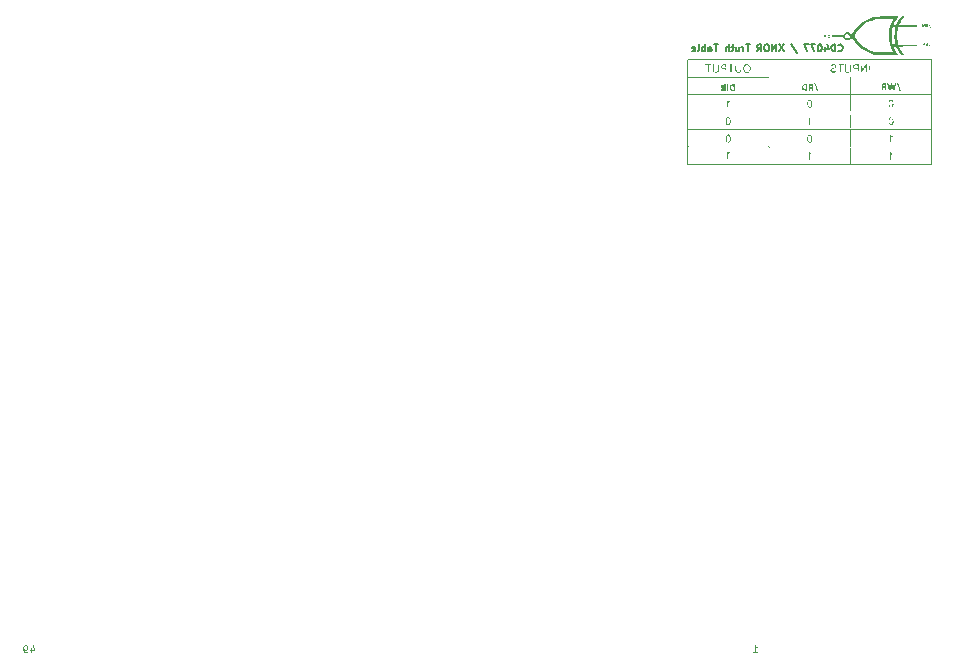
<source format=gbr>
%TF.GenerationSoftware,KiCad,Pcbnew,(6.0.9-0)*%
%TF.CreationDate,2022-12-14T23:49:12+00:00*%
%TF.ProjectId,MSX_DE1_Hat,4d53585f-4445-4315-9f48-61742e6b6963,1.1*%
%TF.SameCoordinates,Original*%
%TF.FileFunction,Legend,Bot*%
%TF.FilePolarity,Positive*%
%FSLAX46Y46*%
G04 Gerber Fmt 4.6, Leading zero omitted, Abs format (unit mm)*
G04 Created by KiCad (PCBNEW (6.0.9-0)) date 2022-12-14 23:49:12*
%MOMM*%
%LPD*%
G01*
G04 APERTURE LIST*
%ADD10C,0.110000*%
%ADD11C,0.150000*%
G04 APERTURE END LIST*
D10*
X138512571Y-74439428D02*
X138855428Y-74439428D01*
X138684000Y-74439428D02*
X138684000Y-73839428D01*
X138741142Y-73925142D01*
X138798285Y-73982285D01*
X138855428Y-74010857D01*
X77387428Y-74039428D02*
X77387428Y-74439428D01*
X77530285Y-73810857D02*
X77673142Y-74239428D01*
X77301714Y-74239428D01*
X77044571Y-74439428D02*
X76930285Y-74439428D01*
X76873142Y-74410857D01*
X76844571Y-74382285D01*
X76787428Y-74296571D01*
X76758857Y-74182285D01*
X76758857Y-73953714D01*
X76787428Y-73896571D01*
X76816000Y-73868000D01*
X76873142Y-73839428D01*
X76987428Y-73839428D01*
X77044571Y-73868000D01*
X77073142Y-73896571D01*
X77101714Y-73953714D01*
X77101714Y-74096571D01*
X77073142Y-74153714D01*
X77044571Y-74182285D01*
X76987428Y-74210857D01*
X76873142Y-74210857D01*
X76816000Y-74182285D01*
X76787428Y-74153714D01*
X76758857Y-74096571D01*
D11*
%TO.C,CD4077 / XNOR Truth Table*%
X145751921Y-23497009D02*
X145780493Y-23525581D01*
X145866207Y-23554152D01*
X145923350Y-23554152D01*
X146009064Y-23525581D01*
X146066207Y-23468438D01*
X146094778Y-23411295D01*
X146123350Y-23297009D01*
X146123350Y-23211295D01*
X146094778Y-23097009D01*
X146066207Y-23039866D01*
X146009064Y-22982724D01*
X145923350Y-22954152D01*
X145866207Y-22954152D01*
X145780493Y-22982724D01*
X145751921Y-23011295D01*
X145494778Y-23554152D02*
X145494778Y-22954152D01*
X145351921Y-22954152D01*
X145266207Y-22982724D01*
X145209064Y-23039866D01*
X145180493Y-23097009D01*
X145151921Y-23211295D01*
X145151921Y-23297009D01*
X145180493Y-23411295D01*
X145209064Y-23468438D01*
X145266207Y-23525581D01*
X145351921Y-23554152D01*
X145494778Y-23554152D01*
X144637636Y-23154152D02*
X144637636Y-23554152D01*
X144780493Y-22925581D02*
X144923350Y-23354152D01*
X144551921Y-23354152D01*
X144209064Y-22954152D02*
X144151921Y-22954152D01*
X144094778Y-22982724D01*
X144066207Y-23011295D01*
X144037636Y-23068438D01*
X144009064Y-23182724D01*
X144009064Y-23325581D01*
X144037636Y-23439866D01*
X144066207Y-23497009D01*
X144094778Y-23525581D01*
X144151921Y-23554152D01*
X144209064Y-23554152D01*
X144266207Y-23525581D01*
X144294778Y-23497009D01*
X144323350Y-23439866D01*
X144351921Y-23325581D01*
X144351921Y-23182724D01*
X144323350Y-23068438D01*
X144294778Y-23011295D01*
X144266207Y-22982724D01*
X144209064Y-22954152D01*
X143809064Y-22954152D02*
X143409064Y-22954152D01*
X143666207Y-23554152D01*
X143237636Y-22954152D02*
X142837636Y-22954152D01*
X143094778Y-23554152D01*
X141723350Y-22925581D02*
X142237636Y-23697009D01*
X141123350Y-22954152D02*
X140723350Y-23554152D01*
X140723350Y-22954152D02*
X141123350Y-23554152D01*
X140494778Y-23554152D02*
X140494778Y-22954152D01*
X140151921Y-23554152D01*
X140151921Y-22954152D01*
X139751921Y-22954152D02*
X139637636Y-22954152D01*
X139580493Y-22982724D01*
X139523350Y-23039866D01*
X139494778Y-23154152D01*
X139494778Y-23354152D01*
X139523350Y-23468438D01*
X139580493Y-23525581D01*
X139637636Y-23554152D01*
X139751921Y-23554152D01*
X139809064Y-23525581D01*
X139866207Y-23468438D01*
X139894778Y-23354152D01*
X139894778Y-23154152D01*
X139866207Y-23039866D01*
X139809064Y-22982724D01*
X139751921Y-22954152D01*
X138894778Y-23554152D02*
X139094778Y-23268438D01*
X139237636Y-23554152D02*
X139237636Y-22954152D01*
X139009064Y-22954152D01*
X138951921Y-22982724D01*
X138923350Y-23011295D01*
X138894778Y-23068438D01*
X138894778Y-23154152D01*
X138923350Y-23211295D01*
X138951921Y-23239866D01*
X139009064Y-23268438D01*
X139237636Y-23268438D01*
X138266207Y-22954152D02*
X137923350Y-22954152D01*
X138094778Y-23554152D02*
X138094778Y-22954152D01*
X137723350Y-23554152D02*
X137723350Y-23154152D01*
X137723350Y-23268438D02*
X137694778Y-23211295D01*
X137666207Y-23182724D01*
X137609064Y-23154152D01*
X137551921Y-23154152D01*
X137094778Y-23154152D02*
X137094778Y-23554152D01*
X137351921Y-23154152D02*
X137351921Y-23468438D01*
X137323350Y-23525581D01*
X137266207Y-23554152D01*
X137180493Y-23554152D01*
X137123350Y-23525581D01*
X137094778Y-23497009D01*
X136894778Y-23154152D02*
X136666207Y-23154152D01*
X136809064Y-22954152D02*
X136809064Y-23468438D01*
X136780493Y-23525581D01*
X136723350Y-23554152D01*
X136666207Y-23554152D01*
X136466207Y-23554152D02*
X136466207Y-22954152D01*
X136209064Y-23554152D02*
X136209064Y-23239866D01*
X136237636Y-23182724D01*
X136294778Y-23154152D01*
X136380493Y-23154152D01*
X136437636Y-23182724D01*
X136466207Y-23211295D01*
X135551921Y-22954152D02*
X135209064Y-22954152D01*
X135380493Y-23554152D02*
X135380493Y-22954152D01*
X134751921Y-23554152D02*
X134751921Y-23239866D01*
X134780493Y-23182724D01*
X134837636Y-23154152D01*
X134951921Y-23154152D01*
X135009064Y-23182724D01*
X134751921Y-23525581D02*
X134809064Y-23554152D01*
X134951921Y-23554152D01*
X135009064Y-23525581D01*
X135037636Y-23468438D01*
X135037636Y-23411295D01*
X135009064Y-23354152D01*
X134951921Y-23325581D01*
X134809064Y-23325581D01*
X134751921Y-23297009D01*
X134466207Y-23554152D02*
X134466207Y-22954152D01*
X134466207Y-23182724D02*
X134409064Y-23154152D01*
X134294778Y-23154152D01*
X134237636Y-23182724D01*
X134209064Y-23211295D01*
X134180493Y-23268438D01*
X134180493Y-23439866D01*
X134209064Y-23497009D01*
X134237636Y-23525581D01*
X134294778Y-23554152D01*
X134409064Y-23554152D01*
X134466207Y-23525581D01*
X133837636Y-23554152D02*
X133894778Y-23525581D01*
X133923350Y-23468438D01*
X133923350Y-22954152D01*
X133380493Y-23525581D02*
X133437636Y-23554152D01*
X133551921Y-23554152D01*
X133609064Y-23525581D01*
X133637636Y-23468438D01*
X133637636Y-23239866D01*
X133609064Y-23182724D01*
X133551921Y-23154152D01*
X133437636Y-23154152D01*
X133380493Y-23182724D01*
X133351921Y-23239866D01*
X133351921Y-23297009D01*
X133637636Y-23354152D01*
G36*
X150222448Y-30632968D02*
G01*
X150267495Y-30680350D01*
X150321415Y-30705391D01*
X150342691Y-30708840D01*
X150369589Y-30738724D01*
X150357071Y-30758098D01*
X150302834Y-30772058D01*
X150296313Y-30772158D01*
X150263948Y-30780841D01*
X150245793Y-30813618D01*
X150237840Y-30884667D01*
X150236080Y-31008169D01*
X150235905Y-31044085D01*
X150230803Y-31159488D01*
X150217477Y-31218816D01*
X150194359Y-31230415D01*
X150171453Y-31195960D01*
X150154348Y-31098194D01*
X150145320Y-30935970D01*
X150145068Y-30926102D01*
X150143182Y-30757705D01*
X150148544Y-30649822D01*
X150162587Y-30596825D01*
X150186745Y-30593083D01*
X150222448Y-30632968D01*
G37*
G36*
X142975036Y-26872058D02*
G01*
X142893140Y-26865148D01*
X142767211Y-26815158D01*
X142687377Y-26721271D01*
X142659470Y-26588724D01*
X142659728Y-26586257D01*
X142770190Y-26586257D01*
X142807669Y-26690356D01*
X142855958Y-26741379D01*
X142943945Y-26772058D01*
X142984829Y-26769079D01*
X143012947Y-26748426D01*
X143024426Y-26693743D01*
X143026619Y-26588724D01*
X143025536Y-26508064D01*
X143017114Y-26440315D01*
X142994648Y-26411631D01*
X142951520Y-26405901D01*
X142856672Y-26428007D01*
X142789244Y-26493428D01*
X142770190Y-26586257D01*
X142659728Y-26586257D01*
X142667166Y-26515193D01*
X142722843Y-26402127D01*
X142827410Y-26330447D01*
X142975036Y-26305391D01*
X143126750Y-26305391D01*
X143126750Y-26872058D01*
X142975036Y-26872058D01*
G37*
G36*
X136282985Y-25096516D02*
G01*
X136276615Y-25222529D01*
X136266229Y-25307539D01*
X136252979Y-25338724D01*
X136244353Y-25333732D01*
X136224128Y-25283619D01*
X136211258Y-25197058D01*
X136200995Y-25055391D01*
X136042013Y-25045213D01*
X135966509Y-25034837D01*
X135856877Y-24986146D01*
X135801218Y-24903177D01*
X135802146Y-24849448D01*
X135886848Y-24849448D01*
X135918620Y-24923659D01*
X135964851Y-24951282D01*
X136049982Y-24969789D01*
X136137637Y-24970328D01*
X136195432Y-24949835D01*
X136210238Y-24911947D01*
X136217683Y-24837055D01*
X136217680Y-24835446D01*
X136200852Y-24762967D01*
X136142585Y-24732464D01*
X136081335Y-24725975D01*
X135979276Y-24741156D01*
X135910757Y-24785464D01*
X135886848Y-24849448D01*
X135802146Y-24849448D01*
X135803175Y-24789823D01*
X135809524Y-24769386D01*
X135866706Y-24695074D01*
X135973770Y-24652381D01*
X136136413Y-24638724D01*
X136284437Y-24638724D01*
X136284437Y-24988724D01*
X136282985Y-25096516D01*
G37*
G36*
X150736488Y-23716682D02*
G01*
X150765605Y-23750820D01*
X150816660Y-23817313D01*
X150836868Y-23854458D01*
X150834199Y-23856167D01*
X150784724Y-23861293D01*
X150679119Y-23864988D01*
X150525643Y-23867173D01*
X150332555Y-23867768D01*
X150108117Y-23866693D01*
X149860587Y-23863869D01*
X149576841Y-23859316D01*
X149342983Y-23854271D01*
X149158034Y-23848239D01*
X149012957Y-23840606D01*
X148898717Y-23830761D01*
X148806279Y-23818090D01*
X148726607Y-23801981D01*
X148650666Y-23781821D01*
X148397807Y-23697796D01*
X148058898Y-23542415D01*
X147754125Y-23343675D01*
X147472197Y-23093806D01*
X147201823Y-22785039D01*
X147171380Y-22745948D01*
X147080051Y-22623885D01*
X147002474Y-22513595D01*
X146952848Y-22435039D01*
X146936838Y-22406237D01*
X146902918Y-22353612D01*
X146882528Y-22352371D01*
X146862214Y-22396847D01*
X146833733Y-22448144D01*
X146740976Y-22531134D01*
X146617494Y-22583480D01*
X146486216Y-22593207D01*
X146400732Y-22570884D01*
X146301105Y-22517881D01*
X146226689Y-22450378D01*
X146197447Y-22382914D01*
X146184110Y-22365295D01*
X146137376Y-22352530D01*
X146048912Y-22344353D01*
X145910388Y-22340005D01*
X145713478Y-22338724D01*
X145229510Y-22338724D01*
X145229510Y-22270167D01*
X146330955Y-22270167D01*
X146349218Y-22325391D01*
X146405136Y-22386834D01*
X146466869Y-22420222D01*
X146538645Y-22438724D01*
X146566228Y-22434121D01*
X146640934Y-22391440D01*
X146704569Y-22323734D01*
X146731481Y-22255391D01*
X146726797Y-22228977D01*
X146698809Y-22184934D01*
X147145533Y-22184934D01*
X147145825Y-22235388D01*
X147153763Y-22255391D01*
X147184271Y-22332264D01*
X147258243Y-22456719D01*
X147360120Y-22598940D01*
X147482285Y-22749115D01*
X147617116Y-22897429D01*
X147756994Y-23034071D01*
X147894300Y-23149228D01*
X147906667Y-23158578D01*
X148078593Y-23281894D01*
X148231560Y-23374362D01*
X148392708Y-23450677D01*
X148589172Y-23525535D01*
X148673970Y-23554693D01*
X148751355Y-23577615D01*
X148830185Y-23594692D01*
X148921343Y-23607031D01*
X149035715Y-23615739D01*
X149184183Y-23621925D01*
X149377633Y-23626697D01*
X149626947Y-23631162D01*
X149761749Y-23633085D01*
X149967884Y-23634668D01*
X150144336Y-23634333D01*
X150281843Y-23632182D01*
X150371141Y-23628312D01*
X150402966Y-23622824D01*
X150398142Y-23606965D01*
X150369051Y-23544844D01*
X150322379Y-23457399D01*
X150222491Y-23251736D01*
X150108253Y-22902278D01*
X150045161Y-22528848D01*
X150038259Y-22304451D01*
X150258542Y-22304451D01*
X150266872Y-22505298D01*
X150284529Y-22678716D01*
X150311343Y-22805391D01*
X150324555Y-22844846D01*
X150358529Y-22918707D01*
X150402932Y-22952757D01*
X150476851Y-22965457D01*
X150593834Y-22975523D01*
X150550222Y-22732123D01*
X150531693Y-22609980D01*
X150509176Y-22308445D01*
X150514969Y-22004960D01*
X150549106Y-21730670D01*
X150549699Y-21727598D01*
X150568966Y-21613429D01*
X150578303Y-21527786D01*
X150575693Y-21489003D01*
X150575435Y-21488756D01*
X150532464Y-21476954D01*
X150454353Y-21472057D01*
X150439552Y-21472143D01*
X150387730Y-21478407D01*
X150354699Y-21505299D01*
X150329551Y-21567674D01*
X150301375Y-21680391D01*
X150291232Y-21730502D01*
X150270551Y-21897737D01*
X150259712Y-22095492D01*
X150258542Y-22304451D01*
X150038259Y-22304451D01*
X150033294Y-22143044D01*
X150072731Y-21756468D01*
X150163551Y-21380720D01*
X150305832Y-21027399D01*
X150353442Y-20929856D01*
X150389267Y-20852971D01*
X150402966Y-20818637D01*
X150400147Y-20817443D01*
X150350721Y-20813646D01*
X150247223Y-20810420D01*
X150099462Y-20807944D01*
X149917248Y-20806399D01*
X149710390Y-20805962D01*
X149457716Y-20807237D01*
X149259785Y-20811132D01*
X149104674Y-20818456D01*
X148980425Y-20830017D01*
X148875084Y-20846623D01*
X148776695Y-20869083D01*
X148545390Y-20940784D01*
X148179087Y-21107876D01*
X147847782Y-21330019D01*
X147556811Y-21604000D01*
X147551329Y-21610119D01*
X147455170Y-21725068D01*
X147354551Y-21856917D01*
X147261432Y-21988773D01*
X147187773Y-22103743D01*
X147145533Y-22184934D01*
X146698809Y-22184934D01*
X146681232Y-22157275D01*
X146607587Y-22097231D01*
X146531218Y-22072058D01*
X146509702Y-22074284D01*
X146427012Y-22115122D01*
X146359123Y-22188635D01*
X146330955Y-22270167D01*
X145229510Y-22270167D01*
X145229510Y-22172058D01*
X145709585Y-22172058D01*
X145732185Y-22172053D01*
X145914310Y-22171322D01*
X146041253Y-22168377D01*
X146123487Y-22161848D01*
X146171486Y-22150366D01*
X146195725Y-22132562D01*
X146206679Y-22107065D01*
X146249574Y-22042878D01*
X146333341Y-21977032D01*
X146433179Y-21926054D01*
X146524531Y-21905515D01*
X146543850Y-21906373D01*
X146656480Y-21936941D01*
X146763239Y-21999060D01*
X146833701Y-22075955D01*
X146849390Y-22100421D01*
X146871591Y-22108816D01*
X146903338Y-22083195D01*
X146953066Y-22015942D01*
X147029210Y-21899445D01*
X147101880Y-21794746D01*
X147250084Y-21608848D01*
X147422429Y-21416512D01*
X147600572Y-21237812D01*
X147766172Y-21092826D01*
X147844895Y-21038153D01*
X147993723Y-20952515D01*
X148172912Y-20862305D01*
X148363270Y-20776529D01*
X148545607Y-20704190D01*
X148700732Y-20654294D01*
X148767110Y-20639080D01*
X148862640Y-20623791D01*
X148982713Y-20611437D01*
X149135771Y-20601494D01*
X149330256Y-20593432D01*
X149574610Y-20586727D01*
X149877276Y-20580850D01*
X149935498Y-20579912D01*
X150176205Y-20576967D01*
X150391828Y-20575803D01*
X150574037Y-20576361D01*
X150714501Y-20578580D01*
X150804888Y-20582399D01*
X150836868Y-20587760D01*
X150827985Y-20607592D01*
X150786875Y-20668204D01*
X150723606Y-20749781D01*
X150696987Y-20784546D01*
X150629224Y-20886165D01*
X150559503Y-21004336D01*
X150497598Y-21121072D01*
X150453286Y-21218387D01*
X150436343Y-21278296D01*
X150436678Y-21280424D01*
X150471250Y-21298127D01*
X150545307Y-21305391D01*
X150569940Y-21304943D01*
X150620798Y-21295372D01*
X150661137Y-21263379D01*
X150703268Y-21196030D01*
X150759505Y-21080391D01*
X150822518Y-20955331D01*
X150899424Y-20819342D01*
X150967833Y-20713724D01*
X150981778Y-20694799D01*
X151048725Y-20617029D01*
X151109883Y-20580905D01*
X151187538Y-20572058D01*
X151202585Y-20572233D01*
X151274778Y-20579167D01*
X151304148Y-20593077D01*
X151292473Y-20618506D01*
X151250722Y-20685072D01*
X151189104Y-20774019D01*
X151158954Y-20817679D01*
X151091864Y-20923512D01*
X151023475Y-21040092D01*
X150963098Y-21150687D01*
X150920043Y-21238567D01*
X150903623Y-21287002D01*
X150915401Y-21290116D01*
X150982979Y-21295454D01*
X151102459Y-21300734D01*
X151264574Y-21305645D01*
X151460057Y-21309874D01*
X151679641Y-21313110D01*
X151700540Y-21313351D01*
X151942677Y-21316400D01*
X152126645Y-21319715D01*
X152260420Y-21324073D01*
X152351982Y-21330252D01*
X152409308Y-21339029D01*
X152440378Y-21351182D01*
X152453169Y-21367488D01*
X152455660Y-21388724D01*
X152455584Y-21394022D01*
X152451527Y-21413757D01*
X152435586Y-21428890D01*
X152399921Y-21440158D01*
X152336695Y-21448298D01*
X152238069Y-21454046D01*
X152096206Y-21458138D01*
X151903267Y-21461313D01*
X151651414Y-21464305D01*
X150847169Y-21473219D01*
X150800297Y-21614305D01*
X150795845Y-21628807D01*
X150772265Y-21761017D01*
X150758132Y-21958675D01*
X150753426Y-22222058D01*
X150753536Y-22266717D01*
X150759686Y-22520004D01*
X150775266Y-22707609D01*
X150800297Y-22829810D01*
X150847169Y-22970896D01*
X151264629Y-22975523D01*
X151651414Y-22979810D01*
X151715320Y-22980525D01*
X151952849Y-22983494D01*
X152133276Y-22986815D01*
X152264441Y-22991225D01*
X152354181Y-22997461D01*
X152410335Y-23006259D01*
X152440741Y-23018355D01*
X152453236Y-23034487D01*
X152455660Y-23055391D01*
X152455652Y-23057186D01*
X152452662Y-23078022D01*
X152438767Y-23093987D01*
X152405991Y-23105857D01*
X152346355Y-23114411D01*
X152251880Y-23120425D01*
X152114588Y-23124677D01*
X151926501Y-23127945D01*
X151679641Y-23131005D01*
X151544969Y-23132818D01*
X151338797Y-23136690D01*
X151162309Y-23141367D01*
X151024772Y-23146538D01*
X150935455Y-23151891D01*
X150903623Y-23157113D01*
X150909577Y-23180317D01*
X150942741Y-23254515D01*
X150996858Y-23358104D01*
X151062579Y-23474215D01*
X151130556Y-23585978D01*
X151191441Y-23676523D01*
X151239069Y-23743733D01*
X151285993Y-23815500D01*
X151304148Y-23851523D01*
X151303286Y-23854030D01*
X151265364Y-23866840D01*
X151188629Y-23872058D01*
X151163281Y-23871282D01*
X151089871Y-23855509D01*
X151024272Y-23812694D01*
X150958574Y-23734027D01*
X150884870Y-23610700D01*
X150795252Y-23433905D01*
X150786934Y-23416785D01*
X150722650Y-23287826D01*
X150675869Y-23206907D01*
X150637018Y-23162796D01*
X150596525Y-23144263D01*
X150544819Y-23140078D01*
X150536515Y-23140075D01*
X150465496Y-23150047D01*
X150436343Y-23173008D01*
X150444575Y-23209129D01*
X150481462Y-23296472D01*
X150539001Y-23408840D01*
X150607289Y-23528292D01*
X150667468Y-23622824D01*
X150676420Y-23636886D01*
X150736488Y-23716682D01*
G37*
G36*
X148142762Y-24653510D02*
G01*
X148156666Y-24711447D01*
X148164341Y-24820641D01*
X148166698Y-24988724D01*
X148165812Y-25072921D01*
X148158740Y-25215500D01*
X148146530Y-25303614D01*
X148131514Y-25334887D01*
X148116024Y-25306942D01*
X148102392Y-25217402D01*
X148092949Y-25063892D01*
X148083255Y-24789060D01*
X147908726Y-25063892D01*
X147877851Y-25112085D01*
X147786004Y-25246149D01*
X147719968Y-25319707D01*
X147675678Y-25331613D01*
X147649073Y-25280720D01*
X147636089Y-25165880D01*
X147632663Y-24985946D01*
X147632678Y-24968872D01*
X147635025Y-24810048D01*
X147642089Y-24708915D01*
X147654874Y-24657316D01*
X147674385Y-24647092D01*
X147691237Y-24664647D01*
X147710846Y-24746080D01*
X147718810Y-24891536D01*
X147718826Y-24892858D01*
X147720963Y-25012580D01*
X147723954Y-25105799D01*
X147727154Y-25152434D01*
X147735842Y-25149960D01*
X147773424Y-25106136D01*
X147833429Y-25022965D01*
X147908025Y-24910902D01*
X147955377Y-24839687D01*
X148030260Y-24736382D01*
X148090073Y-24665327D01*
X148124976Y-24638859D01*
X148142762Y-24653510D01*
G37*
G36*
X153086754Y-23124019D02*
G01*
X153048104Y-23138214D01*
X152986549Y-23129439D01*
X152924092Y-23079180D01*
X152914546Y-23005391D01*
X152956317Y-23005391D01*
X152966536Y-23059380D01*
X153014727Y-23099045D01*
X153034042Y-23100885D01*
X153064859Y-23078581D01*
X153073137Y-23005391D01*
X153072092Y-22970907D01*
X153056371Y-22918592D01*
X153014727Y-22911737D01*
X152977858Y-22933248D01*
X152956317Y-23005391D01*
X152914546Y-23005391D01*
X152911922Y-22985107D01*
X152915504Y-22960607D01*
X152944789Y-22900699D01*
X153014727Y-22878177D01*
X153036867Y-22875914D01*
X153084059Y-22880662D01*
X153103025Y-22917295D01*
X153106514Y-23003177D01*
X153106425Y-23005391D01*
X153103808Y-23070127D01*
X153086754Y-23124019D01*
G37*
G36*
X150391507Y-29648032D02*
G01*
X150351603Y-29727038D01*
X150303678Y-29763847D01*
X150225181Y-29772058D01*
X150171935Y-29768606D01*
X150088830Y-29734905D01*
X150038133Y-29656825D01*
X150010910Y-29524023D01*
X150010696Y-29522109D01*
X150009708Y-29411272D01*
X150070887Y-29411272D01*
X150077385Y-29529030D01*
X150111408Y-29636092D01*
X150153744Y-29701127D01*
X150210646Y-29728011D01*
X150281830Y-29695997D01*
X150312840Y-29661327D01*
X150335702Y-29586546D01*
X150343278Y-29462576D01*
X150342448Y-29405583D01*
X150322628Y-29272989D01*
X150275124Y-29196576D01*
X150197790Y-29172058D01*
X150183063Y-29173690D01*
X150127075Y-29215615D01*
X150088567Y-29300805D01*
X150070887Y-29411272D01*
X150009708Y-29411272D01*
X150009154Y-29349193D01*
X150045011Y-29217924D01*
X150115186Y-29134568D01*
X150216602Y-29105391D01*
X150248773Y-29109007D01*
X150331441Y-29157432D01*
X150391886Y-29250554D01*
X150425270Y-29373366D01*
X150426234Y-29462576D01*
X150426756Y-29510861D01*
X150391507Y-29648032D01*
G37*
G36*
X143522698Y-28089835D02*
G01*
X143502287Y-28177901D01*
X143460522Y-28238724D01*
X143399673Y-28282767D01*
X143327013Y-28305391D01*
X143282568Y-28300269D01*
X143197414Y-28247109D01*
X143144769Y-28139029D01*
X143126750Y-27979474D01*
X143128506Y-27942806D01*
X143193504Y-27942806D01*
X143195207Y-27997645D01*
X143207601Y-28103457D01*
X143228056Y-28174249D01*
X143260439Y-28211902D01*
X143327013Y-28238724D01*
X143371173Y-28226505D01*
X143425970Y-28174249D01*
X143454727Y-28075241D01*
X143459485Y-27949809D01*
X143441400Y-27828607D01*
X143402112Y-27741390D01*
X143367697Y-27703070D01*
X143327072Y-27689528D01*
X143268603Y-27722921D01*
X143224028Y-27765969D01*
X143199834Y-27832863D01*
X143193504Y-27942806D01*
X143128506Y-27942806D01*
X143131729Y-27875529D01*
X143164379Y-27742086D01*
X143228919Y-27664093D01*
X143327013Y-27638724D01*
X143388103Y-27647196D01*
X143466529Y-27702749D01*
X143512366Y-27812566D01*
X143524626Y-27949809D01*
X143527276Y-27979474D01*
X143522698Y-28089835D01*
G37*
G36*
X150404547Y-28140111D02*
G01*
X150351674Y-28240077D01*
X150331639Y-28259659D01*
X150240663Y-28302582D01*
X150147237Y-28289480D01*
X150066868Y-28225989D01*
X150015062Y-28117743D01*
X150011674Y-28102137D01*
X150004411Y-27995157D01*
X150006495Y-27968126D01*
X150072518Y-27968126D01*
X150089569Y-28102080D01*
X150104338Y-28152056D01*
X150142673Y-28210641D01*
X150208182Y-28232329D01*
X150274050Y-28224567D01*
X150317595Y-28176205D01*
X150340230Y-28078846D01*
X150345582Y-27924360D01*
X150344245Y-27881898D01*
X150326466Y-27776049D01*
X150285301Y-27717318D01*
X150247909Y-27697661D01*
X150179151Y-27702616D01*
X150123123Y-27756965D01*
X150085641Y-27849278D01*
X150072518Y-27968126D01*
X150006495Y-27968126D01*
X150013879Y-27872329D01*
X150036620Y-27761056D01*
X150069179Y-27688742D01*
X150071604Y-27686026D01*
X150134976Y-27652528D01*
X150225181Y-27638724D01*
X150301158Y-27646140D01*
X150349883Y-27681380D01*
X150391494Y-27762719D01*
X150419506Y-27860758D01*
X150423193Y-27924360D01*
X150427873Y-28005092D01*
X150404547Y-28140111D01*
G37*
G36*
X143779835Y-26216173D02*
G01*
X143818349Y-26268423D01*
X143865377Y-26370748D01*
X143924743Y-26530453D01*
X143958552Y-26626960D01*
X144003475Y-26754980D01*
X144037383Y-26851355D01*
X144054777Y-26900438D01*
X144055349Y-26926906D01*
X144012433Y-26933772D01*
X143991049Y-26921324D01*
X143947614Y-26859219D01*
X143893387Y-26741570D01*
X143826024Y-26563724D01*
X143772115Y-26409235D01*
X143739592Y-26305002D01*
X143727167Y-26242985D01*
X143732839Y-26213148D01*
X143754607Y-26205453D01*
X143779835Y-26216173D01*
G37*
G36*
X136724349Y-24656398D02*
G01*
X136833857Y-24665503D01*
X136906130Y-24681203D01*
X136933896Y-24699962D01*
X136909882Y-24718240D01*
X136826816Y-24732503D01*
X136718340Y-24742948D01*
X136718340Y-25040836D01*
X136718321Y-25059525D01*
X136715877Y-25198806D01*
X136708001Y-25284152D01*
X136692774Y-25326985D01*
X136668274Y-25338724D01*
X136665133Y-25338608D01*
X136641725Y-25324069D01*
X136627381Y-25277208D01*
X136620182Y-25186604D01*
X136618209Y-25040836D01*
X136618209Y-24742948D01*
X136509733Y-24732503D01*
X136466724Y-24727155D01*
X136409660Y-24710752D01*
X136408555Y-24691837D01*
X136456138Y-24673947D01*
X136545135Y-24660619D01*
X136668274Y-24655391D01*
X136724349Y-24656398D01*
G37*
G36*
X143301582Y-32072987D02*
G01*
X143327013Y-32104326D01*
X143327029Y-32104943D01*
X143354549Y-32142235D01*
X143418800Y-32186325D01*
X143510587Y-32236055D01*
X143418800Y-32237390D01*
X143327013Y-32238724D01*
X143327013Y-32488724D01*
X143326982Y-32500448D01*
X143322176Y-32623733D01*
X143310454Y-32707704D01*
X143293636Y-32738724D01*
X143285933Y-32731649D01*
X143272311Y-32672195D01*
X143263432Y-32560241D01*
X143260259Y-32405391D01*
X143260967Y-32328463D01*
X143266920Y-32192418D01*
X143278130Y-32103748D01*
X143293636Y-32072058D01*
X143301582Y-32072987D01*
G37*
G36*
X146800242Y-24639226D02*
G01*
X146814260Y-24676548D01*
X146824164Y-24760558D01*
X146829757Y-24873574D01*
X146830846Y-24997914D01*
X146827234Y-25115897D01*
X146818726Y-25209841D01*
X146805126Y-25262064D01*
X146769122Y-25295671D01*
X146697161Y-25334951D01*
X146615714Y-25358697D01*
X146489081Y-25353661D01*
X146390828Y-25291330D01*
X146328317Y-25174901D01*
X146317063Y-25126481D01*
X146304392Y-25012731D01*
X146302952Y-24888780D01*
X146311739Y-24773748D01*
X146329751Y-24686752D01*
X146355988Y-24646913D01*
X146369409Y-24648210D01*
X146386011Y-24683863D01*
X146395005Y-24769198D01*
X146397709Y-24912613D01*
X146400675Y-25054328D01*
X146414816Y-25166224D01*
X146445854Y-25232416D01*
X146499455Y-25263996D01*
X146581284Y-25272058D01*
X146651880Y-25266596D01*
X146709890Y-25239415D01*
X146744242Y-25179230D01*
X146760658Y-25074928D01*
X146764858Y-24915391D01*
X146765035Y-24883996D01*
X146770320Y-24755786D01*
X146781872Y-24670002D01*
X146798235Y-24638724D01*
X146800242Y-24639226D01*
G37*
G36*
X134754185Y-24645657D02*
G01*
X134816033Y-24648764D01*
X134933899Y-24661472D01*
X135009744Y-24679305D01*
X135037484Y-24699158D01*
X135011037Y-24717925D01*
X134924319Y-24732503D01*
X134815843Y-24742948D01*
X134815843Y-25040836D01*
X134815824Y-25059525D01*
X134813380Y-25198806D01*
X134805505Y-25284152D01*
X134790277Y-25326985D01*
X134765778Y-25338724D01*
X134762637Y-25338608D01*
X134739228Y-25324069D01*
X134724884Y-25277208D01*
X134717685Y-25186604D01*
X134715712Y-25040836D01*
X134715712Y-24742948D01*
X134609807Y-24732503D01*
X134606493Y-24732156D01*
X134529618Y-24711920D01*
X134489738Y-24678990D01*
X134492425Y-24661820D01*
X134529444Y-24648009D01*
X134613454Y-24643030D01*
X134754185Y-24645657D01*
G37*
G36*
X143310666Y-29120122D02*
G01*
X143352644Y-29172058D01*
X143389955Y-29213205D01*
X143452460Y-29242047D01*
X143454676Y-29242187D01*
X143472580Y-29250920D01*
X143427144Y-29268444D01*
X143411318Y-29273143D01*
X143373853Y-29292946D01*
X143352180Y-29332154D01*
X143340720Y-29406517D01*
X143333895Y-29531788D01*
X143331474Y-29581044D01*
X143319969Y-29702681D01*
X143305037Y-29762027D01*
X143289139Y-29762194D01*
X143274735Y-29706292D01*
X143264288Y-29597432D01*
X143260259Y-29438724D01*
X143261357Y-29341856D01*
X143266526Y-29219893D01*
X143274967Y-29136368D01*
X143285607Y-29105391D01*
X143310666Y-29120122D01*
G37*
G36*
X150763268Y-26157305D02*
G01*
X150802148Y-26218329D01*
X150850620Y-26329134D01*
X150912411Y-26497058D01*
X150957427Y-26627301D01*
X150999084Y-26751756D01*
X151027272Y-26840664D01*
X151037541Y-26880391D01*
X151031787Y-26891813D01*
X150987066Y-26905391D01*
X150964241Y-26903713D01*
X150937000Y-26890234D01*
X150927182Y-26857015D01*
X150899040Y-26773333D01*
X150856997Y-26652316D01*
X150805491Y-26506901D01*
X150802189Y-26497649D01*
X150747937Y-26342059D01*
X150715651Y-26238263D01*
X150703315Y-26176369D01*
X150708913Y-26146487D01*
X150730428Y-26138724D01*
X150763268Y-26157305D01*
G37*
G36*
X145055301Y-22376377D02*
G01*
X145028936Y-22400914D01*
X144970837Y-22399272D01*
X144917021Y-22387776D01*
X144885914Y-22352052D01*
X144879050Y-22272058D01*
X144912427Y-22272058D01*
X144922646Y-22326047D01*
X144970837Y-22365712D01*
X144990152Y-22367552D01*
X145020969Y-22345247D01*
X145029247Y-22272058D01*
X145028203Y-22237574D01*
X145012481Y-22185259D01*
X144970837Y-22178403D01*
X144933969Y-22199914D01*
X144912427Y-22272058D01*
X144879050Y-22272058D01*
X144883229Y-22203174D01*
X144908522Y-22160729D01*
X144970837Y-22144843D01*
X144995066Y-22142409D01*
X145040903Y-22147782D01*
X145059270Y-22185244D01*
X145062624Y-22272058D01*
X145062391Y-22308396D01*
X145055301Y-22376377D01*
G37*
G36*
X137521398Y-24639226D02*
G01*
X137535416Y-24676548D01*
X137545320Y-24760558D01*
X137550914Y-24873574D01*
X137552002Y-24997914D01*
X137548390Y-25115897D01*
X137539882Y-25209841D01*
X137526282Y-25262064D01*
X137490279Y-25295671D01*
X137418318Y-25334951D01*
X137385624Y-25347878D01*
X137325415Y-25366180D01*
X137273336Y-25362323D01*
X137193753Y-25336561D01*
X137119643Y-25294103D01*
X137053607Y-25208996D01*
X137052468Y-25206168D01*
X137033543Y-25122827D01*
X137024904Y-25009970D01*
X137025747Y-24886775D01*
X137035271Y-24772420D01*
X137052671Y-24686081D01*
X137077144Y-24646936D01*
X137090573Y-24648229D01*
X137107171Y-24683878D01*
X137116162Y-24769205D01*
X137118866Y-24912613D01*
X137122082Y-25059495D01*
X137136711Y-25169228D01*
X137168651Y-25233794D01*
X137223771Y-25264351D01*
X137307941Y-25272058D01*
X137364351Y-25267109D01*
X137424598Y-25237097D01*
X137461838Y-25171072D01*
X137480750Y-25059017D01*
X137486014Y-24890916D01*
X137486054Y-24877630D01*
X137490904Y-24753902D01*
X137502612Y-24669768D01*
X137519391Y-24638724D01*
X137521398Y-24639226D01*
G37*
G36*
X153333209Y-23055728D02*
G01*
X153325830Y-23097027D01*
X153316598Y-23080391D01*
X153300531Y-23033643D01*
X153270002Y-23005391D01*
X153242385Y-23022732D01*
X153207049Y-23080391D01*
X153188416Y-23116960D01*
X153181387Y-23099638D01*
X153183665Y-23022058D01*
X153191456Y-22948984D01*
X153196252Y-22938724D01*
X153206645Y-22938724D01*
X153212294Y-22954058D01*
X153256711Y-22972058D01*
X153279742Y-22968297D01*
X153306776Y-22938724D01*
X153301128Y-22923390D01*
X153256711Y-22905391D01*
X153233679Y-22909152D01*
X153206645Y-22938724D01*
X153196252Y-22938724D01*
X153215591Y-22897350D01*
X153265628Y-22878072D01*
X153281648Y-22876128D01*
X153319944Y-22882411D01*
X153335033Y-22921983D01*
X153335141Y-22938724D01*
X153335608Y-23011406D01*
X153333209Y-23055728D01*
G37*
G36*
X135618902Y-24639226D02*
G01*
X135632920Y-24676548D01*
X135642823Y-24760558D01*
X135648417Y-24873574D01*
X135649506Y-24997914D01*
X135645894Y-25115897D01*
X135637386Y-25209841D01*
X135623786Y-25262064D01*
X135587782Y-25295671D01*
X135515821Y-25334951D01*
X135479982Y-25349093D01*
X135421337Y-25366356D01*
X135369108Y-25361826D01*
X135288508Y-25335604D01*
X135269544Y-25328410D01*
X135193342Y-25274124D01*
X135147688Y-25177271D01*
X135136231Y-25128120D01*
X135123304Y-25013636D01*
X135121651Y-24889228D01*
X135130302Y-24773942D01*
X135148290Y-24686822D01*
X135174648Y-24646913D01*
X135188069Y-24648210D01*
X135204671Y-24683863D01*
X135213664Y-24769198D01*
X135216369Y-24912613D01*
X135219585Y-25059495D01*
X135234214Y-25169228D01*
X135266154Y-25233794D01*
X135321274Y-25264351D01*
X135405444Y-25272058D01*
X135461854Y-25267109D01*
X135522101Y-25237097D01*
X135559341Y-25171072D01*
X135578253Y-25059017D01*
X135583518Y-24890916D01*
X135583557Y-24877630D01*
X135588408Y-24753902D01*
X135600116Y-24669768D01*
X135616895Y-24638724D01*
X135618902Y-24639226D01*
G37*
G36*
X143520265Y-31072873D02*
G01*
X143499627Y-31150639D01*
X143460522Y-31205391D01*
X143399673Y-31249434D01*
X143327013Y-31272058D01*
X143277712Y-31266005D01*
X143194004Y-31210718D01*
X143143604Y-31098055D01*
X143127488Y-30935860D01*
X143193252Y-30935860D01*
X143201771Y-31052196D01*
X143228056Y-31140916D01*
X143234093Y-31151135D01*
X143296330Y-31198976D01*
X143369523Y-31192969D01*
X143429706Y-31133944D01*
X143433865Y-31125245D01*
X143452257Y-31041462D01*
X143455188Y-30930693D01*
X143444615Y-30816240D01*
X143422490Y-30721408D01*
X143390766Y-30669500D01*
X143355837Y-30649876D01*
X143303845Y-30645775D01*
X143245954Y-30691105D01*
X143225383Y-30724072D01*
X143201467Y-30817841D01*
X143193252Y-30935860D01*
X143127488Y-30935860D01*
X143126750Y-30928428D01*
X143130846Y-30830971D01*
X143145879Y-30726451D01*
X143168472Y-30665128D01*
X143236541Y-30607241D01*
X143334847Y-30591881D01*
X143438588Y-30640560D01*
X143481114Y-30678611D01*
X143511114Y-30728857D01*
X143524324Y-30803842D01*
X143527276Y-30924477D01*
X143527245Y-30930693D01*
X143527138Y-30952304D01*
X143520265Y-31072873D01*
G37*
G36*
X136406877Y-26340546D02*
G01*
X136430929Y-26356572D01*
X136444307Y-26400143D01*
X136450081Y-26484292D01*
X136451323Y-26622058D01*
X136450894Y-26716744D01*
X136447118Y-26818831D01*
X136436853Y-26875610D01*
X136417027Y-26900118D01*
X136384569Y-26905391D01*
X136362260Y-26903569D01*
X136338208Y-26887543D01*
X136324831Y-26843972D01*
X136319057Y-26759823D01*
X136317815Y-26622058D01*
X136318244Y-26527371D01*
X136322020Y-26425284D01*
X136332285Y-26368505D01*
X136352111Y-26343997D01*
X136384569Y-26338724D01*
X136406877Y-26340546D01*
G37*
G36*
X153452224Y-21224548D02*
G01*
X153487192Y-21291059D01*
X153529008Y-21388790D01*
X153559162Y-21471564D01*
X153579717Y-21544096D01*
X153579074Y-21571991D01*
X153561855Y-21552901D01*
X153526887Y-21486389D01*
X153485071Y-21388658D01*
X153454917Y-21305885D01*
X153434362Y-21233353D01*
X153435005Y-21205457D01*
X153452224Y-21224548D01*
G37*
G36*
X153405837Y-22840589D02*
G01*
X153432719Y-22881180D01*
X153467947Y-22958285D01*
X153502944Y-23049909D01*
X153529136Y-23134054D01*
X153537946Y-23188724D01*
X153533381Y-23198753D01*
X153515917Y-23172058D01*
X153508677Y-23153780D01*
X153477181Y-23077321D01*
X153436296Y-22980391D01*
X153418183Y-22934677D01*
X153398042Y-22865826D01*
X153401501Y-22838724D01*
X153405837Y-22840589D01*
G37*
G36*
X153211108Y-21239114D02*
G01*
X153235652Y-21273670D01*
X153258971Y-21347058D01*
X153283224Y-21455391D01*
X153325838Y-21338724D01*
X153350889Y-21278091D01*
X153368178Y-21259618D01*
X153369147Y-21301535D01*
X153352670Y-21401224D01*
X153345150Y-21432269D01*
X153314097Y-21493769D01*
X153279167Y-21497053D01*
X153249693Y-21438724D01*
X153249098Y-21436496D01*
X153219092Y-21380315D01*
X153187754Y-21382204D01*
X153173268Y-21441502D01*
X153165070Y-21481237D01*
X153134255Y-21497959D01*
X153102859Y-21465416D01*
X153068838Y-21400406D01*
X153040900Y-21325768D01*
X153027560Y-21264282D01*
X153037334Y-21238724D01*
X153039761Y-21239116D01*
X153065479Y-21273677D01*
X153089555Y-21347058D01*
X153114319Y-21455391D01*
X153148622Y-21347058D01*
X153152163Y-21336278D01*
X153182446Y-21267036D01*
X153208821Y-21238724D01*
X153211108Y-21239114D01*
G37*
G36*
X152966142Y-21422960D02*
G01*
X152958745Y-21464030D01*
X152949450Y-21447058D01*
X152949222Y-21445891D01*
X152920383Y-21383408D01*
X152881439Y-21380554D01*
X152849168Y-21438724D01*
X152833032Y-21477624D01*
X152800257Y-21505391D01*
X152788769Y-21501409D01*
X152792404Y-21467254D01*
X152807515Y-21417014D01*
X152813294Y-21333920D01*
X152813638Y-21305391D01*
X152839497Y-21305391D01*
X152845145Y-21320725D01*
X152889562Y-21338724D01*
X152912594Y-21334963D01*
X152939628Y-21305391D01*
X152933980Y-21290057D01*
X152889562Y-21272058D01*
X152866531Y-21275818D01*
X152839497Y-21305391D01*
X152813638Y-21305391D01*
X152813730Y-21297782D01*
X152833160Y-21250144D01*
X152891795Y-21238724D01*
X152907457Y-21238985D01*
X152950482Y-21250153D01*
X152967525Y-21291207D01*
X152967674Y-21305391D01*
X152968460Y-21380391D01*
X152966142Y-21422960D01*
G37*
G36*
X136439253Y-32055391D02*
G01*
X136459459Y-32082190D01*
X136521648Y-32105391D01*
X136557040Y-32111150D01*
X136584832Y-32138724D01*
X136572314Y-32158098D01*
X136518077Y-32172058D01*
X136512764Y-32172123D01*
X136479766Y-32180388D01*
X136461246Y-32212518D01*
X136453124Y-32282767D01*
X136451323Y-32405391D01*
X136450391Y-32488233D01*
X136443505Y-32580315D01*
X136427510Y-32626241D01*
X136399587Y-32638724D01*
X136387839Y-32637158D01*
X136368015Y-32617562D01*
X136357153Y-32566251D01*
X136353650Y-32471619D01*
X136355907Y-32322058D01*
X136358524Y-32245994D01*
X136369591Y-32102379D01*
X136386956Y-32022032D01*
X136410288Y-32006015D01*
X136439253Y-32055391D01*
G37*
G36*
X146772482Y-28816621D02*
G01*
X146783421Y-28886236D01*
X146791505Y-29015893D01*
X146796516Y-29201440D01*
X146798235Y-29438724D01*
X146797643Y-29583390D01*
X146793974Y-29790954D01*
X146787141Y-29944354D01*
X146777363Y-30039440D01*
X146764858Y-30072058D01*
X146757234Y-30060827D01*
X146746295Y-29991212D01*
X146738211Y-29861555D01*
X146733200Y-29676008D01*
X146731481Y-29438724D01*
X146732073Y-29294058D01*
X146735741Y-29086494D01*
X146742574Y-28933094D01*
X146752353Y-28838009D01*
X146764858Y-28805391D01*
X146772482Y-28816621D01*
G37*
G36*
X136217254Y-26716744D02*
G01*
X136213478Y-26818831D01*
X136203213Y-26875610D01*
X136183387Y-26900118D01*
X136150929Y-26905391D01*
X136120793Y-26901577D01*
X136091642Y-26869133D01*
X136084175Y-26788724D01*
X136083890Y-26773418D01*
X136073011Y-26701362D01*
X136051245Y-26672058D01*
X136044836Y-26673806D01*
X136008869Y-26713374D01*
X135969506Y-26788724D01*
X135917429Y-26875317D01*
X135852508Y-26905391D01*
X135826827Y-26904710D01*
X135802320Y-26893138D01*
X135806827Y-26853840D01*
X135838612Y-26769881D01*
X135857701Y-26718420D01*
X135873140Y-26641431D01*
X135855031Y-26596548D01*
X135822040Y-26550625D01*
X135818070Y-26505391D01*
X135967355Y-26505391D01*
X135976109Y-26532843D01*
X136025765Y-26565712D01*
X136067282Y-26560100D01*
X136084175Y-26505391D01*
X136073075Y-26456665D01*
X136025765Y-26445070D01*
X135995102Y-26458325D01*
X135967355Y-26505391D01*
X135818070Y-26505391D01*
X135815322Y-26474077D01*
X135860373Y-26406063D01*
X135948214Y-26357354D01*
X136069870Y-26338724D01*
X136217683Y-26338724D01*
X136217683Y-26622058D01*
X136217254Y-26716744D01*
G37*
G36*
X144688531Y-22322395D02*
G01*
X144681152Y-22363694D01*
X144671920Y-22347058D01*
X144671692Y-22345891D01*
X144642853Y-22283408D01*
X144603909Y-22280554D01*
X144571638Y-22338724D01*
X144556050Y-22377664D01*
X144525745Y-22405391D01*
X144513761Y-22397238D01*
X144517647Y-22352458D01*
X144529188Y-22312486D01*
X144541632Y-22227458D01*
X144548346Y-22205391D01*
X144561967Y-22205391D01*
X144567615Y-22220725D01*
X144612033Y-22238724D01*
X144635064Y-22234963D01*
X144662098Y-22205391D01*
X144656450Y-22190057D01*
X144612033Y-22172058D01*
X144589001Y-22175818D01*
X144561967Y-22205391D01*
X144548346Y-22205391D01*
X144556299Y-22179255D01*
X144620377Y-22144739D01*
X144636928Y-22142750D01*
X144675302Y-22149080D01*
X144690378Y-22188659D01*
X144690481Y-22205391D01*
X144690930Y-22278072D01*
X144688531Y-22322395D01*
G37*
G36*
X136606737Y-29648063D02*
G01*
X136566857Y-29727024D01*
X136518930Y-29763844D01*
X136440425Y-29772058D01*
X136353938Y-29761148D01*
X136285700Y-29715269D01*
X136245077Y-29624103D01*
X136224694Y-29477586D01*
X136223288Y-29456707D01*
X136223151Y-29440422D01*
X136296876Y-29440422D01*
X136303773Y-29556361D01*
X136325473Y-29638429D01*
X136335963Y-29656691D01*
X136399196Y-29720482D01*
X136464986Y-29724031D01*
X136521808Y-29665735D01*
X136536551Y-29629574D01*
X136556074Y-29524337D01*
X136559304Y-29403396D01*
X136546480Y-29293594D01*
X136517843Y-29221776D01*
X136459584Y-29182537D01*
X136386971Y-29174525D01*
X136334995Y-29204597D01*
X136324886Y-29225788D01*
X136304131Y-29320326D01*
X136296876Y-29440422D01*
X136223151Y-29440422D01*
X136222332Y-29343302D01*
X136240611Y-29265445D01*
X136283599Y-29197058D01*
X136327537Y-29151224D01*
X136412216Y-29109917D01*
X136492806Y-29121170D01*
X136562802Y-29175905D01*
X136615699Y-29265041D01*
X136644990Y-29379499D01*
X136644840Y-29403396D01*
X136644171Y-29510200D01*
X136606737Y-29648063D01*
G37*
G36*
X136623030Y-31109582D02*
G01*
X136599250Y-31164775D01*
X136556101Y-31208266D01*
X136485710Y-31251896D01*
X136416671Y-31272058D01*
X136374627Y-31264471D01*
X136302313Y-31208751D01*
X136249769Y-31112673D01*
X136220111Y-30992693D01*
X136219954Y-30987239D01*
X136287721Y-30987239D01*
X136316988Y-31119888D01*
X136352808Y-31179081D01*
X136414060Y-31208619D01*
X136477952Y-31187943D01*
X136530222Y-31123012D01*
X136556609Y-31019785D01*
X136560839Y-30942191D01*
X136556143Y-30805935D01*
X136529520Y-30718366D01*
X136478592Y-30668793D01*
X136448456Y-30654629D01*
X136397541Y-30654436D01*
X136345084Y-30704646D01*
X136325000Y-30735774D01*
X136291009Y-30850070D01*
X136287721Y-30987239D01*
X136219954Y-30987239D01*
X136216454Y-30865264D01*
X136241915Y-30746841D01*
X136299609Y-30653876D01*
X136305744Y-30647815D01*
X136390026Y-30585296D01*
X136466718Y-30581573D01*
X136555406Y-30635217D01*
X136589122Y-30666979D01*
X136617458Y-30718074D01*
X136630678Y-30796328D01*
X136634202Y-30921426D01*
X136633919Y-30942191D01*
X136632819Y-31022941D01*
X136623030Y-31109582D01*
G37*
G36*
X136873039Y-26905391D02*
G01*
X136776696Y-26897781D01*
X136651657Y-26849658D01*
X136576529Y-26757334D01*
X136551661Y-26622058D01*
X136684963Y-26622058D01*
X136696288Y-26705194D01*
X136725016Y-26765391D01*
X136751109Y-26784287D01*
X136825147Y-26805391D01*
X136840129Y-26804255D01*
X136868501Y-26784682D01*
X136881874Y-26729013D01*
X136885226Y-26622058D01*
X136884854Y-26576339D01*
X136878440Y-26489760D01*
X136860197Y-26448951D01*
X136825147Y-26438724D01*
X136767876Y-26450005D01*
X136706424Y-26511693D01*
X136684963Y-26622058D01*
X136551661Y-26622058D01*
X136551455Y-26620937D01*
X136561217Y-26520418D01*
X136611673Y-26416708D01*
X136709144Y-26357528D01*
X136858142Y-26338724D01*
X137018734Y-26338724D01*
X137018734Y-26905391D01*
X136873039Y-26905391D01*
G37*
G36*
X148375641Y-24648116D02*
G01*
X148388787Y-24711970D01*
X148397306Y-24828518D01*
X148400338Y-24988724D01*
X148399442Y-25079746D01*
X148393353Y-25217600D01*
X148382238Y-25306937D01*
X148366960Y-25338724D01*
X148358280Y-25329333D01*
X148345134Y-25265478D01*
X148336615Y-25148930D01*
X148333583Y-24988724D01*
X148334479Y-24897702D01*
X148340568Y-24759848D01*
X148351683Y-24670511D01*
X148366960Y-24638724D01*
X148375641Y-24648116D01*
G37*
G36*
X138304516Y-25169654D02*
G01*
X138230414Y-25277694D01*
X138120180Y-25348517D01*
X138062724Y-25363791D01*
X137936758Y-25357090D01*
X137828623Y-25300456D01*
X137746433Y-25205394D01*
X137698304Y-25083414D01*
X137697229Y-25058609D01*
X137781082Y-25058609D01*
X137830744Y-25184668D01*
X137879753Y-25234700D01*
X137979762Y-25272302D01*
X138090042Y-25262991D01*
X138186934Y-25205391D01*
X138233682Y-25133379D01*
X138256161Y-25014143D01*
X138235215Y-24890309D01*
X138171763Y-24787209D01*
X138167357Y-24782862D01*
X138070296Y-24717654D01*
X137973656Y-24717199D01*
X137868619Y-24781328D01*
X137836636Y-24814657D01*
X137783724Y-24928051D01*
X137781082Y-25058609D01*
X137697229Y-25058609D01*
X137692350Y-24946021D01*
X137736688Y-24804724D01*
X137793674Y-24724140D01*
X137903858Y-24653316D01*
X138037650Y-24640518D01*
X138185812Y-24688144D01*
X138206335Y-24699922D01*
X138293393Y-24789531D01*
X138337668Y-24908843D01*
X138340178Y-25014143D01*
X138340821Y-25041127D01*
X138304516Y-25169654D01*
G37*
G36*
X146787109Y-28749835D02*
G01*
X146792331Y-28759861D01*
X146764858Y-28772058D01*
X146747188Y-28769652D01*
X146742607Y-28749835D01*
X146747499Y-28745846D01*
X146787109Y-28749835D01*
G37*
G36*
X146167978Y-24646058D02*
G01*
X146215365Y-24657642D01*
X146223158Y-24678990D01*
X146222664Y-24680340D01*
X146180798Y-24713025D01*
X146103089Y-24732503D01*
X145997184Y-24742948D01*
X145997184Y-25040836D01*
X145997164Y-25059525D01*
X145994721Y-25198806D01*
X145986845Y-25284152D01*
X145971617Y-25326985D01*
X145947118Y-25338724D01*
X145943977Y-25338608D01*
X145920568Y-25324069D01*
X145906224Y-25277208D01*
X145899025Y-25186604D01*
X145897052Y-25040836D01*
X145897052Y-24742948D01*
X145788577Y-24732503D01*
X145743655Y-24726970D01*
X145683504Y-24710217D01*
X145681016Y-24690604D01*
X145730111Y-24671237D01*
X145824703Y-24655219D01*
X145958711Y-24645657D01*
X146071270Y-24643013D01*
X146167978Y-24646058D01*
G37*
G36*
X132946483Y-33172058D02*
G01*
X132949341Y-31655391D01*
X133046851Y-31655391D01*
X133046853Y-32363724D01*
X133046855Y-33072058D01*
X139855791Y-33072058D01*
X139887840Y-33072058D01*
X146731481Y-33072058D01*
X146731481Y-32388724D01*
X146732371Y-32198444D01*
X146736273Y-31988350D01*
X146743110Y-31833647D01*
X146752699Y-31738079D01*
X146764858Y-31705391D01*
X146773034Y-31706178D01*
X146794283Y-31730391D01*
X146794108Y-31732194D01*
X146793156Y-31780389D01*
X146792698Y-31883195D01*
X146792732Y-32030057D01*
X146793261Y-32210419D01*
X146794283Y-32413724D01*
X146798235Y-33072058D01*
X153607171Y-33072058D01*
X153607171Y-31672058D01*
X146781547Y-31672058D01*
X146371592Y-31672043D01*
X145711748Y-31671955D01*
X145071557Y-31671791D01*
X144454159Y-31671556D01*
X143862694Y-31671254D01*
X143300302Y-31670887D01*
X142770124Y-31670460D01*
X142275299Y-31669977D01*
X141818967Y-31669441D01*
X141404269Y-31668857D01*
X141034344Y-31668228D01*
X140712334Y-31667557D01*
X140441377Y-31666850D01*
X140224614Y-31666109D01*
X140065185Y-31665339D01*
X139966230Y-31664542D01*
X139930889Y-31663724D01*
X139928075Y-31667112D01*
X139920287Y-31718141D01*
X139912806Y-31822846D01*
X139906097Y-31971698D01*
X139900624Y-32155167D01*
X139896849Y-32363724D01*
X139887840Y-33072058D01*
X139855791Y-33072058D01*
X139855791Y-31672682D01*
X136451321Y-31664036D01*
X133046851Y-31655391D01*
X132949341Y-31655391D01*
X132950792Y-30885158D01*
X133046855Y-30885158D01*
X133047157Y-31067259D01*
X133048823Y-31263210D01*
X133052455Y-31406629D01*
X133058622Y-31505659D01*
X133067892Y-31568445D01*
X133080834Y-31603132D01*
X133098016Y-31617865D01*
X133105826Y-31619103D01*
X133170146Y-31622241D01*
X133293286Y-31625091D01*
X133469785Y-31627655D01*
X133694184Y-31629933D01*
X133961024Y-31631926D01*
X134264844Y-31633635D01*
X134600185Y-31635061D01*
X134961588Y-31636205D01*
X135343592Y-31637067D01*
X135740737Y-31637649D01*
X136147565Y-31637950D01*
X136558615Y-31637973D01*
X136968428Y-31637718D01*
X137371544Y-31637186D01*
X137762503Y-31636378D01*
X138135846Y-31635293D01*
X138486113Y-31633935D01*
X138807844Y-31632303D01*
X139095579Y-31630397D01*
X139343859Y-31628220D01*
X139547224Y-31625772D01*
X139700215Y-31623053D01*
X139797371Y-31620065D01*
X139833233Y-31616808D01*
X139835623Y-31610432D01*
X139842057Y-31551008D01*
X139847601Y-31438496D01*
X139851944Y-31282969D01*
X139854778Y-31094502D01*
X139855783Y-30884836D01*
X139889168Y-30884836D01*
X139889318Y-31117811D01*
X139890353Y-31295337D01*
X139893151Y-31423222D01*
X139898587Y-31510024D01*
X139907540Y-31564299D01*
X139920886Y-31594603D01*
X139939503Y-31609495D01*
X139964267Y-31617530D01*
X139982745Y-31619224D01*
X140064152Y-31621937D01*
X140204938Y-31624517D01*
X140400504Y-31626936D01*
X140646252Y-31629169D01*
X140937586Y-31631187D01*
X141269908Y-31632966D01*
X141638620Y-31634477D01*
X142039125Y-31635695D01*
X142466826Y-31636593D01*
X142917124Y-31637145D01*
X143385423Y-31637323D01*
X146731481Y-31637201D01*
X146731481Y-31636810D01*
X146798235Y-31636810D01*
X150160981Y-31635130D01*
X150465778Y-31634909D01*
X150922933Y-31634313D01*
X151358593Y-31633430D01*
X151768230Y-31632286D01*
X152147321Y-31630903D01*
X152491337Y-31629308D01*
X152795755Y-31627525D01*
X153056047Y-31625578D01*
X153267689Y-31623491D01*
X153426153Y-31621290D01*
X153526916Y-31618999D01*
X153565449Y-31616642D01*
X153576225Y-31603907D01*
X153588331Y-31555554D01*
X153597116Y-31465921D01*
X153602943Y-31328670D01*
X153606174Y-31137458D01*
X153607171Y-30885946D01*
X153607171Y-30172058D01*
X146798235Y-30172058D01*
X146798235Y-31636810D01*
X146731481Y-31636810D01*
X146731481Y-30172058D01*
X139889168Y-30172058D01*
X139889168Y-30884836D01*
X139855783Y-30884836D01*
X139855791Y-30883169D01*
X139855791Y-30172058D01*
X133046855Y-30172058D01*
X133046855Y-30885158D01*
X132950792Y-30885158D01*
X132952199Y-30138724D01*
X133046855Y-30138724D01*
X139855791Y-30138724D01*
X139855791Y-30138484D01*
X139889168Y-30138484D01*
X146748169Y-30138483D01*
X153607171Y-30138481D01*
X153607171Y-28705391D01*
X139889168Y-28705391D01*
X139889168Y-30138484D01*
X139855791Y-30138484D01*
X139855791Y-28705391D01*
X133046855Y-28705391D01*
X133046855Y-30138724D01*
X132952199Y-30138724D01*
X132954948Y-28680391D01*
X132954965Y-28672058D01*
X133046855Y-28672058D01*
X139855791Y-28672058D01*
X139855791Y-28671818D01*
X139887867Y-28671818D01*
X146748169Y-28671816D01*
X153608472Y-28671814D01*
X153590482Y-27222058D01*
X150194359Y-27213566D01*
X146798235Y-27205075D01*
X146798235Y-27905233D01*
X146797239Y-28111021D01*
X146793270Y-28321875D01*
X146786434Y-28476969D01*
X146776906Y-28572682D01*
X146764858Y-28605391D01*
X146755048Y-28584494D01*
X146744996Y-28501228D01*
X146737603Y-28357848D01*
X146733040Y-28157976D01*
X146731481Y-27905234D01*
X146731481Y-27205076D01*
X139905857Y-27222058D01*
X139887867Y-28671818D01*
X139855791Y-28671818D01*
X139855791Y-27205391D01*
X133046855Y-27205391D01*
X133046855Y-28672058D01*
X132954965Y-28672058D01*
X132955496Y-28412915D01*
X132956856Y-27880365D01*
X132958517Y-27368462D01*
X132959296Y-27172058D01*
X133046855Y-27172058D01*
X139855791Y-27172058D01*
X139887840Y-27172058D01*
X146731481Y-27172058D01*
X146798235Y-27172058D01*
X153607171Y-27172058D01*
X153607171Y-25738724D01*
X146798235Y-25738724D01*
X146798235Y-27172058D01*
X146731481Y-27172058D01*
X146731481Y-25738410D01*
X143318669Y-25746900D01*
X139905857Y-25755391D01*
X139896849Y-26463724D01*
X139887840Y-27172058D01*
X139855791Y-27172058D01*
X139855791Y-25772058D01*
X133046855Y-25772058D01*
X133046855Y-27172058D01*
X132959296Y-27172058D01*
X132960450Y-26881042D01*
X132962627Y-26421939D01*
X132965018Y-25994989D01*
X132966928Y-25705391D01*
X133046855Y-25705391D01*
X153607171Y-25705391D01*
X153607171Y-24305391D01*
X139889168Y-24305391D01*
X139889168Y-25705391D01*
X139855791Y-25705391D01*
X139855791Y-24305391D01*
X133046855Y-24305391D01*
X133046855Y-25705391D01*
X132966928Y-25705391D01*
X132967596Y-25604025D01*
X132970331Y-25252884D01*
X132973195Y-24945400D01*
X132976159Y-24685408D01*
X132979195Y-24476742D01*
X132982274Y-24323239D01*
X132985367Y-24228732D01*
X132988445Y-24197058D01*
X132996131Y-24197360D01*
X133060426Y-24198020D01*
X133187779Y-24198665D01*
X133375644Y-24199293D01*
X133621474Y-24199902D01*
X133922723Y-24200490D01*
X134276846Y-24201055D01*
X134681295Y-24201594D01*
X135133526Y-24202107D01*
X135630991Y-24202590D01*
X136171144Y-24203042D01*
X136751440Y-24203461D01*
X137369332Y-24203844D01*
X138022274Y-24204190D01*
X138707720Y-24204496D01*
X139423123Y-24204761D01*
X140165938Y-24204982D01*
X140933619Y-24205158D01*
X141723618Y-24205286D01*
X142533391Y-24205364D01*
X143360390Y-24205391D01*
X153707302Y-24205391D01*
X153707302Y-33172058D01*
X132946483Y-33172058D01*
G37*
G36*
X150609724Y-26242671D02*
G01*
X150636606Y-26275579D01*
X150634015Y-26296304D01*
X150618835Y-26371474D01*
X150594531Y-26477487D01*
X150566267Y-26592891D01*
X150539208Y-26696233D01*
X150518519Y-26766062D01*
X150493624Y-26790797D01*
X150429606Y-26799395D01*
X150400754Y-26791360D01*
X150354981Y-26745982D01*
X150320981Y-26649376D01*
X150294149Y-26559332D01*
X150266007Y-26495151D01*
X150244562Y-26474731D01*
X150235894Y-26508169D01*
X150235405Y-26517402D01*
X150223398Y-26588406D01*
X150200384Y-26682430D01*
X150178500Y-26748270D01*
X150144099Y-26793611D01*
X150092156Y-26799097D01*
X150079455Y-26796572D01*
X150036545Y-26769560D01*
X150000766Y-26705000D01*
X149963451Y-26588724D01*
X149925996Y-26441202D01*
X149907666Y-26324947D01*
X149915279Y-26259338D01*
X149948595Y-26238724D01*
X149970051Y-26251206D01*
X150004359Y-26324821D01*
X150037493Y-26463724D01*
X150048839Y-26522814D01*
X150067671Y-26605485D01*
X150084582Y-26635321D01*
X150104131Y-26609372D01*
X150130876Y-26524683D01*
X150169377Y-26378302D01*
X150198293Y-26293113D01*
X150239813Y-26241776D01*
X150284323Y-26255133D01*
X150329800Y-26332255D01*
X150374222Y-26472216D01*
X150381345Y-26500287D01*
X150408147Y-26599354D01*
X150425704Y-26642268D01*
X150438912Y-26636300D01*
X150452668Y-26588724D01*
X150487060Y-26447480D01*
X150516658Y-26339618D01*
X150540482Y-26276219D01*
X150562786Y-26246261D01*
X150587826Y-26238724D01*
X150609724Y-26242671D01*
G37*
G36*
X149800122Y-26661679D02*
G01*
X149792461Y-26749262D01*
X149777142Y-26793294D01*
X149752112Y-26805391D01*
X149724398Y-26797162D01*
X149698858Y-26741977D01*
X149700300Y-26630391D01*
X149700999Y-26619390D01*
X149685029Y-26575470D01*
X149644327Y-26576322D01*
X149594136Y-26616041D01*
X149549698Y-26688724D01*
X149540928Y-26708047D01*
X149495166Y-26777365D01*
X149451269Y-26805391D01*
X149446100Y-26805286D01*
X149408119Y-26787092D01*
X149410986Y-26732170D01*
X149454865Y-26632645D01*
X149459592Y-26623217D01*
X149484618Y-26549938D01*
X149477463Y-26509301D01*
X149446410Y-26478084D01*
X149427405Y-26404934D01*
X149551849Y-26404934D01*
X149571686Y-26445397D01*
X149625526Y-26467879D01*
X149678641Y-26450988D01*
X149703974Y-26406263D01*
X149687694Y-26358555D01*
X149626947Y-26344739D01*
X149580261Y-26362169D01*
X149551849Y-26404934D01*
X149427405Y-26404934D01*
X149425327Y-26396937D01*
X149456128Y-26309218D01*
X149479420Y-26282057D01*
X149545538Y-26248220D01*
X149653873Y-26238724D01*
X149802177Y-26238724D01*
X149802177Y-26522058D01*
X149800122Y-26661679D01*
G37*
G36*
X143625352Y-26728346D02*
G01*
X143617691Y-26815929D01*
X143602372Y-26859961D01*
X143577342Y-26872058D01*
X143572782Y-26871847D01*
X143538133Y-26841679D01*
X143527276Y-26755391D01*
X143527026Y-26737645D01*
X143513298Y-26661846D01*
X143475507Y-26638724D01*
X143466309Y-26640319D01*
X143419041Y-26679709D01*
X143374928Y-26755391D01*
X143366158Y-26774713D01*
X143320396Y-26844032D01*
X143276499Y-26872058D01*
X143271330Y-26871952D01*
X143233349Y-26853759D01*
X143236216Y-26798836D01*
X143280095Y-26699312D01*
X143284822Y-26689884D01*
X143309848Y-26616604D01*
X143302693Y-26575967D01*
X143271640Y-26544751D01*
X143252753Y-26472058D01*
X143377079Y-26472058D01*
X143393462Y-26505465D01*
X143452177Y-26532709D01*
X143455322Y-26533138D01*
X143512030Y-26525515D01*
X143527276Y-26472058D01*
X143527258Y-26469074D01*
X143510757Y-26417572D01*
X143452177Y-26411406D01*
X143405490Y-26428935D01*
X143377079Y-26472058D01*
X143252753Y-26472058D01*
X143250557Y-26463604D01*
X143281358Y-26375884D01*
X143304650Y-26348723D01*
X143370767Y-26314887D01*
X143479103Y-26305391D01*
X143627407Y-26305391D01*
X143627407Y-26588724D01*
X143625352Y-26728346D01*
G37*
G36*
X145450224Y-24657884D02*
G01*
X145533234Y-24711735D01*
X145585048Y-24785419D01*
X145595449Y-24863965D01*
X145554218Y-24932404D01*
X145528190Y-24948971D01*
X145448410Y-24987554D01*
X145345610Y-25029196D01*
X145323194Y-25037651D01*
X145233265Y-25078717D01*
X145190382Y-25119507D01*
X145179444Y-25173101D01*
X145179991Y-25194565D01*
X145192989Y-25234880D01*
X145236920Y-25251894D01*
X145329641Y-25255391D01*
X145420052Y-25250661D01*
X145479083Y-25228636D01*
X145512786Y-25180391D01*
X145513639Y-25178462D01*
X145552783Y-25117326D01*
X145583945Y-25112907D01*
X145596658Y-25166891D01*
X145575800Y-25232090D01*
X145507814Y-25303315D01*
X145413084Y-25347243D01*
X145390305Y-25351435D01*
X145275811Y-25345666D01*
X145170203Y-25304046D01*
X145092726Y-25237110D01*
X145062624Y-25155391D01*
X145064449Y-25137923D01*
X145108413Y-25062289D01*
X145199681Y-24992755D01*
X145323061Y-24941782D01*
X145351811Y-24933110D01*
X145453118Y-24883906D01*
X145490517Y-24823984D01*
X145462797Y-24754966D01*
X145455926Y-24747397D01*
X145378054Y-24709491D01*
X145285296Y-24718317D01*
X145205077Y-24772058D01*
X145155310Y-24820855D01*
X145111590Y-24834406D01*
X145096001Y-24790614D01*
X145103296Y-24760423D01*
X145157787Y-24700975D01*
X145248200Y-24656328D01*
X145353756Y-24638724D01*
X145450224Y-24657884D01*
G37*
G36*
X144783912Y-22199963D02*
G01*
X144786516Y-22272058D01*
X144785543Y-22320974D01*
X144780306Y-22362854D01*
X144772052Y-22347058D01*
X144766530Y-22294190D01*
X144772052Y-22197058D01*
X144777255Y-22180172D01*
X144783912Y-22199963D01*
G37*
G36*
X150226077Y-32116238D02*
G01*
X150252549Y-32145873D01*
X150319523Y-32188769D01*
X150352465Y-32203414D01*
X150363473Y-32218328D01*
X150311179Y-32230241D01*
X150293322Y-32233954D01*
X150261982Y-32250516D01*
X150244793Y-32289525D01*
X150237559Y-32365715D01*
X150236080Y-32493820D01*
X150235716Y-32547897D01*
X150230206Y-32661029D01*
X150216914Y-32719076D01*
X150194359Y-32730436D01*
X150187741Y-32726341D01*
X150166764Y-32675545D01*
X150152531Y-32566184D01*
X150144457Y-32394325D01*
X150143086Y-32303467D01*
X150147619Y-32164351D01*
X150162557Y-32088152D01*
X150188508Y-32072804D01*
X150226077Y-32116238D01*
G37*
G36*
X147464269Y-25095934D02*
G01*
X147457880Y-25222356D01*
X147447521Y-25307517D01*
X147434320Y-25338724D01*
X147425693Y-25333732D01*
X147405469Y-25283619D01*
X147392598Y-25197058D01*
X147382335Y-25055391D01*
X147219644Y-25036732D01*
X147165099Y-25028251D01*
X147045360Y-24983130D01*
X146984153Y-24908451D01*
X146983279Y-24847187D01*
X147067248Y-24847187D01*
X147099960Y-24923659D01*
X147106296Y-24930005D01*
X147173468Y-24960029D01*
X147269602Y-24972058D01*
X147299878Y-24971896D01*
X147367969Y-24964130D01*
X147394512Y-24932168D01*
X147399024Y-24858957D01*
X147396838Y-24814619D01*
X147371191Y-24746775D01*
X147307902Y-24722412D01*
X147196003Y-24734826D01*
X147179970Y-24738539D01*
X147095761Y-24781857D01*
X147067248Y-24847187D01*
X146983279Y-24847187D01*
X146982683Y-24805391D01*
X146984572Y-24797874D01*
X147011172Y-24726016D01*
X147055997Y-24682737D01*
X147135222Y-24658862D01*
X147265018Y-24645214D01*
X147465778Y-24630711D01*
X147465778Y-24984718D01*
X147464269Y-25095934D01*
G37*
G36*
X136439253Y-27688724D02*
G01*
X136459459Y-27715523D01*
X136521648Y-27738724D01*
X136557040Y-27744483D01*
X136584832Y-27772058D01*
X136572314Y-27791432D01*
X136518077Y-27805391D01*
X136512764Y-27805456D01*
X136479766Y-27813721D01*
X136461246Y-27845851D01*
X136453124Y-27916100D01*
X136451323Y-28038724D01*
X136450391Y-28121567D01*
X136443505Y-28213648D01*
X136427510Y-28259574D01*
X136399587Y-28272058D01*
X136387839Y-28270491D01*
X136368015Y-28250895D01*
X136357153Y-28199585D01*
X136353650Y-28104953D01*
X136355907Y-27955391D01*
X136358524Y-27879327D01*
X136369591Y-27735712D01*
X136386956Y-27655365D01*
X136410288Y-27639348D01*
X136439253Y-27688724D01*
G37*
%TD*%
M02*

</source>
